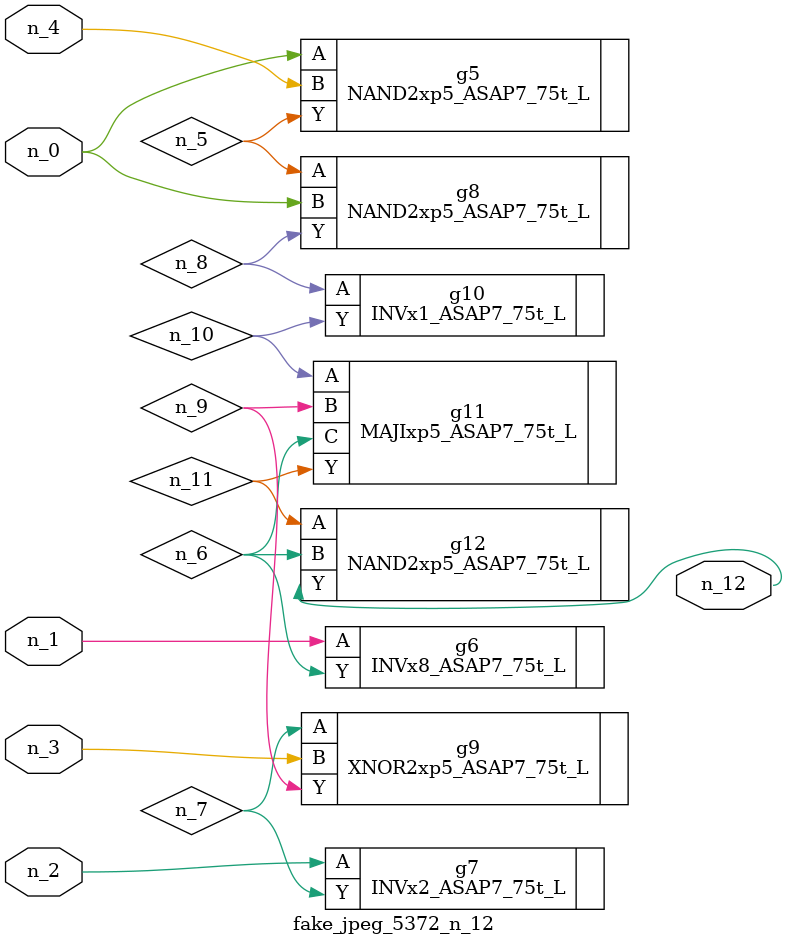
<source format=v>
module fake_jpeg_5372_n_12 (n_3, n_2, n_1, n_0, n_4, n_12);

input n_3;
input n_2;
input n_1;
input n_0;
input n_4;

output n_12;

wire n_11;
wire n_10;
wire n_8;
wire n_9;
wire n_6;
wire n_5;
wire n_7;

NAND2xp5_ASAP7_75t_L g5 ( 
.A(n_0),
.B(n_4),
.Y(n_5)
);

INVx8_ASAP7_75t_L g6 ( 
.A(n_1),
.Y(n_6)
);

INVx2_ASAP7_75t_L g7 ( 
.A(n_2),
.Y(n_7)
);

NAND2xp5_ASAP7_75t_L g8 ( 
.A(n_5),
.B(n_0),
.Y(n_8)
);

INVx1_ASAP7_75t_L g10 ( 
.A(n_8),
.Y(n_10)
);

XNOR2xp5_ASAP7_75t_L g9 ( 
.A(n_7),
.B(n_3),
.Y(n_9)
);

MAJIxp5_ASAP7_75t_L g11 ( 
.A(n_10),
.B(n_9),
.C(n_6),
.Y(n_11)
);

NAND2xp5_ASAP7_75t_L g12 ( 
.A(n_11),
.B(n_6),
.Y(n_12)
);


endmodule
</source>
